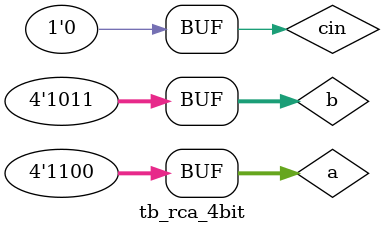
<source format=v>
module tb_rca_4bit (

);
    reg [3:0] a,b;
    reg cin;
    // reg [0:0]c;
    wire [3:1]c;
    wire cout;
    // wire [4:4]c;
    wire [3:0]s;

    dut_rca_4bit a1(a,b,c,s,cin,cout);

    initial begin
        #5;
        a=4'd6;b=4'd6;cin=0;#10;
        // a=4'd6;b=4'd6;c[0]=0;#10;
        a=4'd12;b=4'd11;#10;
    end
endmodule

</source>
